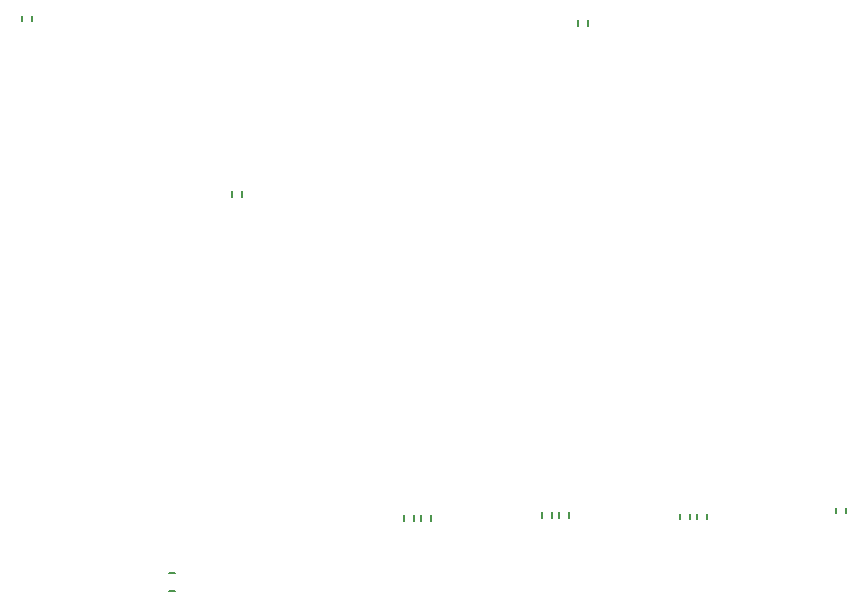
<source format=gbo>
%FSAX24Y24*%
%MOIN*%
G70*
G01*
G75*
G04 Layer_Color=32896*
%ADD10R,0.0350X0.0200*%
%ADD11R,0.0200X0.0350*%
%ADD12R,0.0300X0.0550*%
%ADD13R,0.0550X0.0300*%
%ADD14R,0.0600X0.0600*%
%ADD15R,0.0600X0.0600*%
%ADD16R,0.1000X0.0600*%
%ADD17R,0.0240X0.0760*%
%ADD18R,0.1181X0.0787*%
%ADD19O,0.0500X0.0984*%
%ADD20O,0.0118X0.0689*%
%ADD21O,0.0689X0.0118*%
%ADD22R,0.0650X0.0400*%
%ADD23C,0.0600*%
G04:AMPARAMS|DCode=24|XSize=59.1mil|YSize=118.1mil|CornerRadius=5.9mil|HoleSize=0mil|Usage=FLASHONLY|Rotation=180.000|XOffset=0mil|YOffset=0mil|HoleType=Round|Shape=RoundedRectangle|*
%AMROUNDEDRECTD24*
21,1,0.0591,0.1063,0,0,180.0*
21,1,0.0472,0.1181,0,0,180.0*
1,1,0.0118,-0.0236,0.0532*
1,1,0.0118,0.0236,0.0532*
1,1,0.0118,0.0236,-0.0532*
1,1,0.0118,-0.0236,-0.0532*
%
%ADD24ROUNDEDRECTD24*%
G04:AMPARAMS|DCode=25|XSize=100mil|YSize=50mil|CornerRadius=5mil|HoleSize=0mil|Usage=FLASHONLY|Rotation=180.000|XOffset=0mil|YOffset=0mil|HoleType=Round|Shape=RoundedRectangle|*
%AMROUNDEDRECTD25*
21,1,0.1000,0.0400,0,0,180.0*
21,1,0.0900,0.0500,0,0,180.0*
1,1,0.0100,-0.0450,0.0200*
1,1,0.0100,0.0450,0.0200*
1,1,0.0100,0.0450,-0.0200*
1,1,0.0100,-0.0450,-0.0200*
%
%ADD25ROUNDEDRECTD25*%
%ADD26R,0.2008X0.2000*%
%ADD27R,0.0315X0.0984*%
G04:AMPARAMS|DCode=28|XSize=275.6mil|YSize=137.8mil|CornerRadius=13.8mil|HoleSize=0mil|Usage=FLASHONLY|Rotation=180.000|XOffset=0mil|YOffset=0mil|HoleType=Round|Shape=RoundedRectangle|*
%AMROUNDEDRECTD28*
21,1,0.2756,0.1102,0,0,180.0*
21,1,0.2480,0.1378,0,0,180.0*
1,1,0.0276,-0.1240,0.0551*
1,1,0.0276,0.1240,0.0551*
1,1,0.0276,0.1240,-0.0551*
1,1,0.0276,-0.1240,-0.0551*
%
%ADD28ROUNDEDRECTD28*%
%ADD29R,0.0850X0.0421*%
G04:AMPARAMS|DCode=30|XSize=417.3mil|YSize=236.2mil|CornerRadius=23.6mil|HoleSize=0mil|Usage=FLASHONLY|Rotation=90.000|XOffset=0mil|YOffset=0mil|HoleType=Round|Shape=RoundedRectangle|*
%AMROUNDEDRECTD30*
21,1,0.4173,0.1890,0,0,90.0*
21,1,0.3701,0.2362,0,0,90.0*
1,1,0.0472,0.0945,0.1850*
1,1,0.0472,0.0945,-0.1850*
1,1,0.0472,-0.0945,-0.1850*
1,1,0.0472,-0.0945,0.1850*
%
%ADD30ROUNDEDRECTD30*%
%ADD31C,0.0100*%
%ADD32C,0.0200*%
%ADD33C,0.0080*%
%ADD34C,0.0250*%
%ADD35R,0.2350X0.4000*%
%ADD36R,0.5200X0.0300*%
%ADD37R,0.2200X0.3700*%
%ADD38R,0.3100X0.0700*%
%ADD39C,0.0591*%
%ADD40R,0.0591X0.0591*%
%ADD41P,0.0649X8X112.5*%
%ADD42R,0.0591X0.0591*%
%ADD43P,0.0649X8X22.5*%
%ADD44R,0.0591X0.1575*%
%ADD45C,0.0787*%
G04:AMPARAMS|DCode=46|XSize=78.7mil|YSize=78.7mil|CornerRadius=19.7mil|HoleSize=0mil|Usage=FLASHONLY|Rotation=0.000|XOffset=0mil|YOffset=0mil|HoleType=Round|Shape=RoundedRectangle|*
%AMROUNDEDRECTD46*
21,1,0.0787,0.0394,0,0,0.0*
21,1,0.0394,0.0787,0,0,0.0*
1,1,0.0394,0.0197,-0.0197*
1,1,0.0394,-0.0197,-0.0197*
1,1,0.0394,-0.0197,0.0197*
1,1,0.0394,0.0197,0.0197*
%
%ADD46ROUNDEDRECTD46*%
%ADD47C,0.1969*%
%ADD48R,0.0610X0.0610*%
%ADD49C,0.0610*%
%ADD50R,0.1969X0.0591*%
%ADD51C,0.0984*%
G04:AMPARAMS|DCode=52|XSize=98.4mil|YSize=98.4mil|CornerRadius=9.8mil|HoleSize=0mil|Usage=FLASHONLY|Rotation=90.000|XOffset=0mil|YOffset=0mil|HoleType=Round|Shape=RoundedRectangle|*
%AMROUNDEDRECTD52*
21,1,0.0984,0.0787,0,0,90.0*
21,1,0.0787,0.0984,0,0,90.0*
1,1,0.0197,0.0394,0.0394*
1,1,0.0197,0.0394,-0.0394*
1,1,0.0197,-0.0394,-0.0394*
1,1,0.0197,-0.0394,0.0394*
%
%ADD52ROUNDEDRECTD52*%
%ADD53C,0.0360*%
%ADD54C,0.0400*%
%ADD55R,0.2650X0.2650*%
%ADD56C,0.0060*%
%ADD57C,0.0098*%
%ADD58C,0.0070*%
%ADD59C,0.0079*%
%ADD60R,0.0200X0.1000*%
%ADD61R,0.1050X1.2063*%
%ADD62R,0.1000X0.0200*%
%ADD63R,0.7650X0.1650*%
%ADD64R,0.0197X0.0101*%
%ADD65R,0.6600X0.0656*%
%ADD66R,0.0430X0.0280*%
%ADD67R,0.0280X0.0430*%
%ADD68R,0.0380X0.0630*%
%ADD69R,0.0630X0.0380*%
%ADD70R,0.0680X0.0680*%
%ADD71R,0.0680X0.0680*%
%ADD72R,0.1080X0.0680*%
%ADD73R,0.0320X0.0840*%
%ADD74R,0.1261X0.0867*%
%ADD75O,0.0580X0.1064*%
%ADD76O,0.0198X0.0769*%
%ADD77O,0.0769X0.0198*%
%ADD78R,0.0730X0.0480*%
%ADD79C,0.0680*%
G04:AMPARAMS|DCode=80|XSize=67.1mil|YSize=126.1mil|CornerRadius=9.9mil|HoleSize=0mil|Usage=FLASHONLY|Rotation=180.000|XOffset=0mil|YOffset=0mil|HoleType=Round|Shape=RoundedRectangle|*
%AMROUNDEDRECTD80*
21,1,0.0671,0.1063,0,0,180.0*
21,1,0.0472,0.1261,0,0,180.0*
1,1,0.0198,-0.0236,0.0532*
1,1,0.0198,0.0236,0.0532*
1,1,0.0198,0.0236,-0.0532*
1,1,0.0198,-0.0236,-0.0532*
%
%ADD80ROUNDEDRECTD80*%
G04:AMPARAMS|DCode=81|XSize=108mil|YSize=58mil|CornerRadius=9mil|HoleSize=0mil|Usage=FLASHONLY|Rotation=180.000|XOffset=0mil|YOffset=0mil|HoleType=Round|Shape=RoundedRectangle|*
%AMROUNDEDRECTD81*
21,1,0.1080,0.0400,0,0,180.0*
21,1,0.0900,0.0580,0,0,180.0*
1,1,0.0180,-0.0450,0.0200*
1,1,0.0180,0.0450,0.0200*
1,1,0.0180,0.0450,-0.0200*
1,1,0.0180,-0.0450,-0.0200*
%
%ADD81ROUNDEDRECTD81*%
%ADD82R,0.2088X0.2080*%
%ADD83R,0.0395X0.1064*%
G04:AMPARAMS|DCode=84|XSize=283.6mil|YSize=145.8mil|CornerRadius=17.8mil|HoleSize=0mil|Usage=FLASHONLY|Rotation=180.000|XOffset=0mil|YOffset=0mil|HoleType=Round|Shape=RoundedRectangle|*
%AMROUNDEDRECTD84*
21,1,0.2836,0.1102,0,0,180.0*
21,1,0.2480,0.1458,0,0,180.0*
1,1,0.0356,-0.1240,0.0551*
1,1,0.0356,0.1240,0.0551*
1,1,0.0356,0.1240,-0.0551*
1,1,0.0356,-0.1240,-0.0551*
%
%ADD84ROUNDEDRECTD84*%
%ADD85R,0.0930X0.0501*%
G04:AMPARAMS|DCode=86|XSize=425.3mil|YSize=244.2mil|CornerRadius=27.6mil|HoleSize=0mil|Usage=FLASHONLY|Rotation=90.000|XOffset=0mil|YOffset=0mil|HoleType=Round|Shape=RoundedRectangle|*
%AMROUNDEDRECTD86*
21,1,0.4253,0.1890,0,0,90.0*
21,1,0.3701,0.2442,0,0,90.0*
1,1,0.0552,0.0945,0.1850*
1,1,0.0552,0.0945,-0.1850*
1,1,0.0552,-0.0945,-0.1850*
1,1,0.0552,-0.0945,0.1850*
%
%ADD86ROUNDEDRECTD86*%
%ADD87C,0.0671*%
%ADD88R,0.0671X0.0671*%
%ADD89P,0.0736X8X112.5*%
%ADD90R,0.0671X0.0671*%
%ADD91P,0.0736X8X22.5*%
%ADD92R,0.0671X0.1655*%
%ADD93C,0.0867*%
G04:AMPARAMS|DCode=94|XSize=86.7mil|YSize=86.7mil|CornerRadius=23.7mil|HoleSize=0mil|Usage=FLASHONLY|Rotation=0.000|XOffset=0mil|YOffset=0mil|HoleType=Round|Shape=RoundedRectangle|*
%AMROUNDEDRECTD94*
21,1,0.0867,0.0394,0,0,0.0*
21,1,0.0394,0.0867,0,0,0.0*
1,1,0.0474,0.0197,-0.0197*
1,1,0.0474,-0.0197,-0.0197*
1,1,0.0474,-0.0197,0.0197*
1,1,0.0474,0.0197,0.0197*
%
%ADD94ROUNDEDRECTD94*%
%ADD95C,0.2049*%
%ADD96R,0.0690X0.0690*%
%ADD97C,0.0690*%
%ADD98R,0.2049X0.0671*%
%ADD99C,0.1064*%
G04:AMPARAMS|DCode=100|XSize=106.4mil|YSize=106.4mil|CornerRadius=13.8mil|HoleSize=0mil|Usage=FLASHONLY|Rotation=90.000|XOffset=0mil|YOffset=0mil|HoleType=Round|Shape=RoundedRectangle|*
%AMROUNDEDRECTD100*
21,1,0.1064,0.0787,0,0,90.0*
21,1,0.0787,0.1064,0,0,90.0*
1,1,0.0277,0.0394,0.0394*
1,1,0.0277,0.0394,-0.0394*
1,1,0.0277,-0.0394,-0.0394*
1,1,0.0277,-0.0394,0.0394*
%
%ADD100ROUNDEDRECTD100*%
%ADD101C,0.0440*%
%ADD102C,0.0480*%
D58*
X101267Y090862D02*
Y091059D01*
X100933Y090862D02*
Y091059D01*
X104333Y074412D02*
Y074609D01*
X104667Y074412D02*
Y074609D01*
X109533Y074612D02*
Y074809D01*
X109867Y074612D02*
Y074809D01*
X099733Y074462D02*
Y074659D01*
X100067Y074462D02*
Y074659D01*
X095133Y074362D02*
Y074559D01*
X095467Y074362D02*
Y074559D01*
X100283Y074462D02*
Y074659D01*
X100617Y074462D02*
Y074659D01*
X095683Y074362D02*
Y074559D01*
X096017Y074362D02*
Y074559D01*
X104883Y074412D02*
Y074609D01*
X105217Y074412D02*
Y074609D01*
X087300Y072611D02*
X087497D01*
X087303Y072011D02*
X087500D01*
X082383Y091012D02*
Y091209D01*
X082717Y091012D02*
Y091209D01*
X089717Y085162D02*
Y085359D01*
X089383Y085162D02*
Y085359D01*
M02*

</source>
